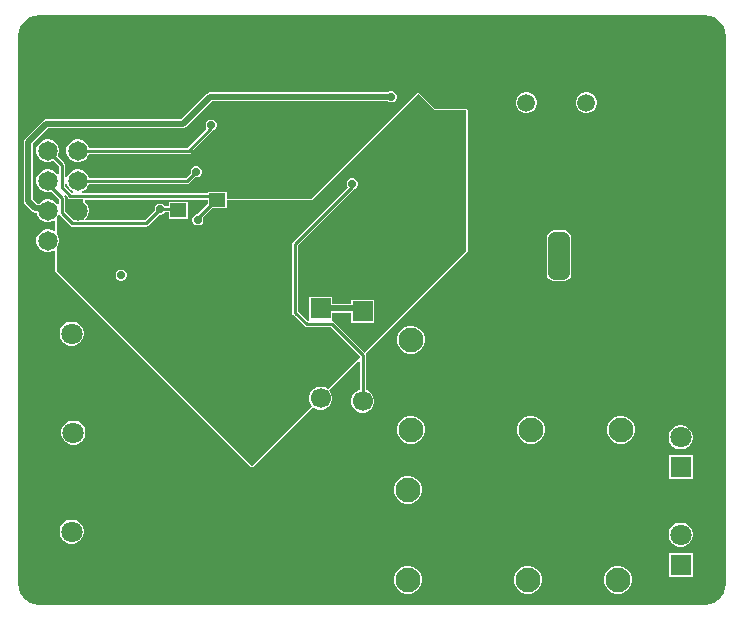
<source format=gbl>
G04*
G04 #@! TF.GenerationSoftware,Altium Limited,Altium Designer,24.3.1 (35)*
G04*
G04 Layer_Physical_Order=2*
G04 Layer_Color=16711680*
%FSLAX44Y44*%
%MOMM*%
G71*
G04*
G04 #@! TF.SameCoordinates,D3E0E713-3D92-444F-8C26-48F8A9162C24*
G04*
G04*
G04 #@! TF.FilePolarity,Positive*
G04*
G01*
G75*
%ADD11C,0.2540*%
%ADD20R,1.3500X1.1500*%
%ADD61C,0.5000*%
%ADD62C,1.7000*%
%ADD63R,1.7000X1.7000*%
%ADD64C,1.8000*%
%ADD65R,1.8000X1.8000*%
%ADD66C,2.1000*%
%ADD67C,1.5000*%
G04:AMPARAMS|DCode=68|XSize=4mm|YSize=1.8mm|CornerRadius=0.45mm|HoleSize=0mm|Usage=FLASHONLY|Rotation=0.000|XOffset=0mm|YOffset=0mm|HoleType=Round|Shape=RoundedRectangle|*
%AMROUNDEDRECTD68*
21,1,4.0000,0.9000,0,0,0.0*
21,1,3.1000,1.8000,0,0,0.0*
1,1,0.9000,1.5500,-0.4500*
1,1,0.9000,-1.5500,-0.4500*
1,1,0.9000,-1.5500,0.4500*
1,1,0.9000,1.5500,0.4500*
%
%ADD68ROUNDEDRECTD68*%
G04:AMPARAMS|DCode=69|XSize=4mm|YSize=1.8mm|CornerRadius=0.45mm|HoleSize=0mm|Usage=FLASHONLY|Rotation=270.000|XOffset=0mm|YOffset=0mm|HoleType=Round|Shape=RoundedRectangle|*
%AMROUNDEDRECTD69*
21,1,4.0000,0.9000,0,0,270.0*
21,1,3.1000,1.8000,0,0,270.0*
1,1,0.9000,-0.4500,-1.5500*
1,1,0.9000,-0.4500,1.5500*
1,1,0.9000,0.4500,1.5500*
1,1,0.9000,0.4500,-1.5500*
%
%ADD69ROUNDEDRECTD69*%
%ADD70C,7.0000*%
%ADD71C,1.6500*%
G04:AMPARAMS|DCode=72|XSize=1.65mm|YSize=1.65mm|CornerRadius=0.4125mm|HoleSize=0mm|Usage=FLASHONLY|Rotation=90.000|XOffset=0mm|YOffset=0mm|HoleType=Round|Shape=RoundedRectangle|*
%AMROUNDEDRECTD72*
21,1,1.6500,0.8250,0,0,90.0*
21,1,0.8250,1.6500,0,0,90.0*
1,1,0.8250,0.4125,0.4125*
1,1,0.8250,0.4125,-0.4125*
1,1,0.8250,-0.4125,-0.4125*
1,1,0.8250,-0.4125,0.4125*
%
%ADD72ROUNDEDRECTD72*%
%ADD73C,0.7000*%
G36*
X580000Y500000D02*
X581970D01*
X585834Y499231D01*
X589473Y497724D01*
X592749Y495535D01*
X595535Y492749D01*
X597724Y489473D01*
X599231Y485834D01*
X600000Y481970D01*
Y480000D01*
X600000Y480000D01*
X600000Y480000D01*
Y20000D01*
Y18030D01*
X599231Y14166D01*
X597724Y10526D01*
X595535Y7251D01*
X592749Y4465D01*
X589473Y2276D01*
X585834Y769D01*
X581970Y0D01*
X18030D01*
X14166Y769D01*
X10526Y2276D01*
X7251Y4465D01*
X4465Y7251D01*
X2276Y10526D01*
X768Y14166D01*
X-0Y18030D01*
Y20000D01*
X-0Y480000D01*
Y481970D01*
X768Y485834D01*
X2276Y489473D01*
X4465Y492749D01*
X7251Y495535D01*
X10526Y497724D01*
X14166Y499231D01*
X18030Y500000D01*
X20000Y500000D01*
X20000Y500000D01*
X580000Y500000D01*
D02*
G37*
%LPC*%
G36*
X482485Y434220D02*
X480175D01*
X477945Y433622D01*
X475945Y432468D01*
X474312Y430835D01*
X473158Y428835D01*
X472560Y426605D01*
Y424295D01*
X473158Y422065D01*
X474312Y420065D01*
X475945Y418432D01*
X477945Y417278D01*
X480175Y416680D01*
X482485D01*
X484715Y417278D01*
X486715Y418432D01*
X488348Y420065D01*
X489502Y422065D01*
X490100Y424295D01*
Y426605D01*
X489502Y428835D01*
X488348Y430835D01*
X486715Y432468D01*
X484715Y433622D01*
X482485Y434220D01*
D02*
G37*
G36*
X431685D02*
X429375D01*
X427145Y433622D01*
X425145Y432468D01*
X423512Y430835D01*
X422358Y428835D01*
X421760Y426605D01*
Y424295D01*
X422358Y422065D01*
X423512Y420065D01*
X425145Y418432D01*
X427145Y417278D01*
X429375Y416680D01*
X431685D01*
X433915Y417278D01*
X435915Y418432D01*
X437548Y420065D01*
X438702Y422065D01*
X439300Y424295D01*
Y426605D01*
X438702Y428835D01*
X437548Y430835D01*
X435915Y432468D01*
X433915Y433622D01*
X431685Y434220D01*
D02*
G37*
G36*
X164779Y411170D02*
X162881D01*
X161128Y410444D01*
X159786Y409102D01*
X159060Y407349D01*
Y405451D01*
X159786Y403698D01*
X159896Y403588D01*
X143707Y387400D01*
X59962D01*
X59671Y388485D01*
X58418Y390655D01*
X56645Y392428D01*
X54475Y393681D01*
X52053Y394330D01*
X49547D01*
X47125Y393681D01*
X44955Y392428D01*
X43182Y390655D01*
X41929Y388485D01*
X41280Y386063D01*
Y383557D01*
X41929Y381135D01*
X43182Y378965D01*
X44955Y377192D01*
X47125Y375939D01*
X49547Y375290D01*
X52053D01*
X54475Y375939D01*
X56645Y377192D01*
X58418Y378965D01*
X59671Y381135D01*
X59962Y382220D01*
X144780D01*
X145771Y382417D01*
X146611Y382979D01*
X165604Y401972D01*
X166532Y402356D01*
X167874Y403698D01*
X168600Y405451D01*
Y407349D01*
X167874Y409102D01*
X166532Y410444D01*
X164779Y411170D01*
D02*
G37*
G36*
X317179Y435300D02*
X315281D01*
X313528Y434574D01*
X313328Y434374D01*
X162560D01*
X161089Y434081D01*
X159842Y433248D01*
X159842Y433248D01*
X138108Y411514D01*
X24130D01*
X22659Y411221D01*
X21412Y410388D01*
X21412Y410388D01*
X6172Y395148D01*
X5339Y393901D01*
X5046Y392430D01*
X5046Y392430D01*
Y342019D01*
X5046Y342019D01*
X5339Y340548D01*
X6172Y339301D01*
X11980Y333493D01*
X11981Y333492D01*
X13227Y332659D01*
X14698Y332367D01*
X15984D01*
X16529Y330335D01*
X17782Y328165D01*
X19555Y326392D01*
X21725Y325139D01*
X24147Y324490D01*
X26653D01*
X29075Y325139D01*
X30375Y325890D01*
X31645Y325157D01*
Y317463D01*
X30375Y316730D01*
X29075Y317481D01*
X26653Y318130D01*
X24147D01*
X21725Y317481D01*
X19555Y316228D01*
X17782Y314455D01*
X16529Y312285D01*
X15880Y309863D01*
Y307357D01*
X16529Y304935D01*
X17782Y302765D01*
X19555Y300992D01*
X21725Y299739D01*
X24147Y299090D01*
X26653D01*
X29075Y299739D01*
X30375Y300490D01*
X31645Y299757D01*
Y283210D01*
X32048Y282238D01*
X32048Y282238D01*
X197143Y117143D01*
X198115Y116740D01*
X199087Y117143D01*
X249964Y168020D01*
X250541Y167442D01*
X252769Y166156D01*
X255254Y165490D01*
X257826D01*
X260311Y166156D01*
X262539Y167442D01*
X264358Y169261D01*
X265644Y171489D01*
X266310Y173974D01*
Y176546D01*
X265644Y179031D01*
X264358Y181259D01*
X263780Y181836D01*
X288337Y206393D01*
X289510Y205907D01*
Y182141D01*
X288329Y181824D01*
X286101Y180538D01*
X284282Y178719D01*
X282996Y176491D01*
X282330Y174006D01*
Y171434D01*
X282996Y168949D01*
X284282Y166721D01*
X286101Y164902D01*
X288329Y163616D01*
X290814Y162950D01*
X293386D01*
X295871Y163616D01*
X298099Y164902D01*
X299918Y166721D01*
X301204Y168949D01*
X301870Y171434D01*
Y174006D01*
X301204Y176491D01*
X299918Y178719D01*
X298099Y180538D01*
X295871Y181824D01*
X294690Y182141D01*
Y212033D01*
X294539Y212789D01*
X294869Y212925D01*
X294870Y212925D01*
X380702Y298758D01*
X381105Y299730D01*
X381105Y299730D01*
Y419100D01*
X380702Y420072D01*
X379730Y420475D01*
X353629D01*
X340062Y434042D01*
X339090Y434445D01*
X338118Y434042D01*
X248351Y344275D01*
X176930D01*
Y350280D01*
X160890D01*
Y349300D01*
X54757D01*
X54475Y350539D01*
X56645Y351792D01*
X58418Y353565D01*
X59671Y355735D01*
X59962Y356820D01*
X143510D01*
X144501Y357017D01*
X145341Y357579D01*
X150069Y362307D01*
X150181Y362260D01*
X152079D01*
X153832Y362986D01*
X155174Y364328D01*
X155900Y366081D01*
Y367979D01*
X155174Y369732D01*
X153832Y371074D01*
X152079Y371800D01*
X150181D01*
X148428Y371074D01*
X147086Y369732D01*
X146360Y367979D01*
Y366081D01*
X146406Y365969D01*
X142437Y362000D01*
X59962D01*
X59671Y363085D01*
X58418Y365255D01*
X56645Y367028D01*
X54475Y368281D01*
X52053Y368930D01*
X49547D01*
X47125Y368281D01*
X44955Y367028D01*
X43182Y365255D01*
X41929Y363085D01*
X41280Y360663D01*
Y358157D01*
X41929Y355735D01*
X43182Y353565D01*
X44955Y351792D01*
X47125Y350539D01*
X46843Y349300D01*
X45523D01*
X39791Y355032D01*
Y373009D01*
X39594Y374000D01*
X39032Y374840D01*
X33710Y380163D01*
X34271Y381135D01*
X34920Y383557D01*
Y386063D01*
X34271Y388485D01*
X33018Y390655D01*
X31245Y392428D01*
X29075Y393681D01*
X26653Y394330D01*
X24147D01*
X21725Y393681D01*
X19555Y392428D01*
X17782Y390655D01*
X16529Y388485D01*
X15880Y386063D01*
Y383557D01*
X16529Y381135D01*
X17782Y378965D01*
X19555Y377192D01*
X21725Y375939D01*
X24147Y375290D01*
X26653D01*
X29075Y375939D01*
X30047Y376500D01*
X34611Y371936D01*
Y365036D01*
X33341Y364696D01*
X33018Y365255D01*
X31245Y367028D01*
X29075Y368281D01*
X26653Y368930D01*
X24147D01*
X21725Y368281D01*
X19555Y367028D01*
X17782Y365255D01*
X16529Y363085D01*
X15880Y360663D01*
Y358157D01*
X16529Y355735D01*
X17782Y353565D01*
X19555Y351792D01*
X21725Y350539D01*
X24147Y349890D01*
X26653D01*
X28281Y350326D01*
X34611Y343996D01*
Y339636D01*
X33341Y339296D01*
X33018Y339855D01*
X31245Y341628D01*
X29075Y342881D01*
X26653Y343530D01*
X24147D01*
X21725Y342881D01*
X19555Y341628D01*
X17981Y340054D01*
X16291D01*
X12734Y343611D01*
Y390838D01*
X25722Y403826D01*
X139700D01*
X139700Y403826D01*
X141171Y404119D01*
X142418Y404952D01*
X164152Y426686D01*
X313328D01*
X313528Y426486D01*
X315281Y425760D01*
X317179D01*
X318932Y426486D01*
X320274Y427828D01*
X321000Y429581D01*
Y431479D01*
X320274Y433232D01*
X318932Y434574D01*
X317179Y435300D01*
D02*
G37*
G36*
X462970Y317293D02*
X453970D01*
X451719Y316845D01*
X449810Y315570D01*
X448535Y313661D01*
X448087Y311410D01*
Y280410D01*
X448535Y278159D01*
X449810Y276250D01*
X451719Y274975D01*
X453970Y274527D01*
X462970D01*
X465221Y274975D01*
X467130Y276250D01*
X468405Y278159D01*
X468853Y280410D01*
Y311410D01*
X468405Y313661D01*
X467130Y315570D01*
X465221Y316845D01*
X462970Y317293D01*
D02*
G37*
G36*
X47072Y240140D02*
X44368D01*
X41756Y239440D01*
X39414Y238088D01*
X37502Y236176D01*
X36150Y233834D01*
X35450Y231222D01*
Y228518D01*
X36150Y225906D01*
X37502Y223564D01*
X39414Y221652D01*
X41756Y220300D01*
X44368Y219600D01*
X47072D01*
X49684Y220300D01*
X52026Y221652D01*
X53938Y223564D01*
X55290Y225906D01*
X55990Y228518D01*
Y231222D01*
X55290Y233834D01*
X53938Y236176D01*
X52026Y238088D01*
X49684Y239440D01*
X47072Y240140D01*
D02*
G37*
G36*
X334290Y236560D02*
X331190D01*
X328197Y235758D01*
X325513Y234208D01*
X323322Y232017D01*
X321772Y229333D01*
X320970Y226340D01*
Y223240D01*
X321772Y220247D01*
X323322Y217563D01*
X325513Y215372D01*
X328197Y213822D01*
X331190Y213020D01*
X334290D01*
X337283Y213822D01*
X339967Y215372D01*
X342158Y217563D01*
X343708Y220247D01*
X344510Y223240D01*
Y226340D01*
X343708Y229333D01*
X342158Y232017D01*
X339967Y234208D01*
X337283Y235758D01*
X334290Y236560D01*
D02*
G37*
G36*
X512090Y160360D02*
X508990D01*
X505997Y159558D01*
X503313Y158008D01*
X501122Y155817D01*
X499572Y153133D01*
X498770Y150140D01*
Y147040D01*
X499572Y144047D01*
X501122Y141363D01*
X503313Y139172D01*
X505997Y137622D01*
X508990Y136820D01*
X512090D01*
X515083Y137622D01*
X517767Y139172D01*
X519958Y141363D01*
X521508Y144047D01*
X522310Y147040D01*
Y150140D01*
X521508Y153133D01*
X519958Y155817D01*
X517767Y158008D01*
X515083Y159558D01*
X512090Y160360D01*
D02*
G37*
G36*
X435890D02*
X432790D01*
X429797Y159558D01*
X427113Y158008D01*
X424922Y155817D01*
X423372Y153133D01*
X422570Y150140D01*
Y147040D01*
X423372Y144047D01*
X424922Y141363D01*
X427113Y139172D01*
X429797Y137622D01*
X432790Y136820D01*
X435890D01*
X438883Y137622D01*
X441567Y139172D01*
X443758Y141363D01*
X445308Y144047D01*
X446110Y147040D01*
Y150140D01*
X445308Y153133D01*
X443758Y155817D01*
X441567Y158008D01*
X438883Y159558D01*
X435890Y160360D01*
D02*
G37*
G36*
X334290D02*
X331190D01*
X328197Y159558D01*
X325513Y158008D01*
X323322Y155817D01*
X321772Y153133D01*
X320970Y150140D01*
Y147040D01*
X321772Y144047D01*
X323322Y141363D01*
X325513Y139172D01*
X328197Y137622D01*
X331190Y136820D01*
X334290D01*
X337283Y137622D01*
X339967Y139172D01*
X342158Y141363D01*
X343708Y144047D01*
X344510Y147040D01*
Y150140D01*
X343708Y153133D01*
X342158Y155817D01*
X339967Y158008D01*
X337283Y159558D01*
X334290Y160360D01*
D02*
G37*
G36*
X48342Y156320D02*
X45638D01*
X43026Y155620D01*
X40684Y154268D01*
X38772Y152356D01*
X37420Y150014D01*
X36720Y147402D01*
Y144698D01*
X37420Y142086D01*
X38772Y139744D01*
X40684Y137832D01*
X43026Y136480D01*
X45638Y135780D01*
X48342D01*
X50954Y136480D01*
X53296Y137832D01*
X55208Y139744D01*
X56560Y142086D01*
X57260Y144698D01*
Y147402D01*
X56560Y150014D01*
X55208Y152356D01*
X53296Y154268D01*
X50954Y155620D01*
X48342Y156320D01*
D02*
G37*
G36*
X562692Y152510D02*
X559988D01*
X557376Y151810D01*
X555034Y150458D01*
X553122Y148546D01*
X551770Y146204D01*
X551070Y143592D01*
Y140888D01*
X551770Y138276D01*
X553122Y135934D01*
X555034Y134022D01*
X557376Y132670D01*
X559988Y131970D01*
X562692D01*
X565304Y132670D01*
X567646Y134022D01*
X569558Y135934D01*
X570910Y138276D01*
X571610Y140888D01*
Y143592D01*
X570910Y146204D01*
X569558Y148546D01*
X567646Y150458D01*
X565304Y151810D01*
X562692Y152510D01*
D02*
G37*
G36*
X571610Y127110D02*
X551070D01*
Y106570D01*
X571610D01*
Y127110D01*
D02*
G37*
G36*
X331750Y109560D02*
X328650D01*
X325657Y108758D01*
X322973Y107208D01*
X320782Y105017D01*
X319232Y102333D01*
X318430Y99340D01*
Y96240D01*
X319232Y93247D01*
X320782Y90563D01*
X322973Y88372D01*
X325657Y86822D01*
X328650Y86020D01*
X331750D01*
X334743Y86822D01*
X337427Y88372D01*
X339618Y90563D01*
X341168Y93247D01*
X341970Y96240D01*
Y99340D01*
X341168Y102333D01*
X339618Y105017D01*
X337427Y107208D01*
X334743Y108758D01*
X331750Y109560D01*
D02*
G37*
G36*
X47072Y72500D02*
X44368D01*
X41756Y71800D01*
X39414Y70448D01*
X37502Y68536D01*
X36150Y66194D01*
X35450Y63582D01*
Y60878D01*
X36150Y58266D01*
X37502Y55924D01*
X39414Y54012D01*
X41756Y52660D01*
X44368Y51960D01*
X47072D01*
X49684Y52660D01*
X52026Y54012D01*
X53938Y55924D01*
X55290Y58266D01*
X55990Y60878D01*
Y63582D01*
X55290Y66194D01*
X53938Y68536D01*
X52026Y70448D01*
X49684Y71800D01*
X47072Y72500D01*
D02*
G37*
G36*
X562692Y69960D02*
X559988D01*
X557376Y69260D01*
X555034Y67908D01*
X553122Y65996D01*
X551770Y63654D01*
X551070Y61042D01*
Y58338D01*
X551770Y55726D01*
X553122Y53384D01*
X555034Y51472D01*
X557376Y50120D01*
X559988Y49420D01*
X562692D01*
X565304Y50120D01*
X567646Y51472D01*
X569558Y53384D01*
X570910Y55726D01*
X571610Y58338D01*
Y61042D01*
X570910Y63654D01*
X569558Y65996D01*
X567646Y67908D01*
X565304Y69260D01*
X562692Y69960D01*
D02*
G37*
G36*
X571610Y44560D02*
X551070D01*
Y24020D01*
X571610D01*
Y44560D01*
D02*
G37*
G36*
X509550Y33360D02*
X506450D01*
X503457Y32558D01*
X500773Y31008D01*
X498582Y28817D01*
X497032Y26133D01*
X496230Y23140D01*
Y20040D01*
X497032Y17047D01*
X498582Y14363D01*
X500773Y12172D01*
X503457Y10622D01*
X506450Y9820D01*
X509550D01*
X512543Y10622D01*
X515227Y12172D01*
X517418Y14363D01*
X518968Y17047D01*
X519770Y20040D01*
Y23140D01*
X518968Y26133D01*
X517418Y28817D01*
X515227Y31008D01*
X512543Y32558D01*
X509550Y33360D01*
D02*
G37*
G36*
X433350D02*
X430250D01*
X427257Y32558D01*
X424573Y31008D01*
X422382Y28817D01*
X420832Y26133D01*
X420030Y23140D01*
Y20040D01*
X420832Y17047D01*
X422382Y14363D01*
X424573Y12172D01*
X427257Y10622D01*
X430250Y9820D01*
X433350D01*
X436343Y10622D01*
X439027Y12172D01*
X441218Y14363D01*
X442768Y17047D01*
X443570Y20040D01*
Y23140D01*
X442768Y26133D01*
X441218Y28817D01*
X439027Y31008D01*
X436343Y32558D01*
X433350Y33360D01*
D02*
G37*
G36*
X331750D02*
X328650D01*
X325657Y32558D01*
X322973Y31008D01*
X320782Y28817D01*
X319232Y26133D01*
X318430Y23140D01*
Y20040D01*
X319232Y17047D01*
X320782Y14363D01*
X322973Y12172D01*
X325657Y10622D01*
X328650Y9820D01*
X331750D01*
X334743Y10622D01*
X337427Y12172D01*
X339618Y14363D01*
X341168Y17047D01*
X341970Y20040D01*
Y23140D01*
X341168Y26133D01*
X339618Y28817D01*
X337427Y31008D01*
X334743Y32558D01*
X331750Y33360D01*
D02*
G37*
%LPD*%
G36*
X42619Y344879D02*
X43459Y344317D01*
X44450Y344120D01*
X54717D01*
X54967Y343889D01*
X55546Y342850D01*
X55314Y341986D01*
X55339Y341793D01*
X55271Y341628D01*
X55338Y341465D01*
X55313Y341277D01*
X55427Y341128D01*
X55451Y340943D01*
X55603Y340826D01*
X55673Y340656D01*
X57318Y339011D01*
X58390Y337154D01*
X58945Y335082D01*
Y332938D01*
X58390Y330866D01*
X57318Y329009D01*
X56361Y328052D01*
X56256Y327799D01*
X56063Y327606D01*
Y327332D01*
X55958Y327080D01*
X55680Y326422D01*
X55101Y325810D01*
X47403D01*
X39791Y333423D01*
Y345069D01*
X39594Y346060D01*
X39497Y346204D01*
X40484Y347014D01*
X42619Y344879D01*
D02*
G37*
G36*
X353060Y419100D02*
X379730D01*
Y299730D01*
X293897Y213897D01*
X268084Y239711D01*
X267244Y240273D01*
X266252Y240470D01*
X266310Y241690D01*
X266310Y241716D01*
Y247616D01*
X282330D01*
Y239150D01*
X301870D01*
Y258690D01*
X282330D01*
Y255304D01*
X266310D01*
Y261230D01*
X246770D01*
Y241740D01*
X246770Y241690D01*
X246729Y241275D01*
X245411Y240851D01*
X237540Y248723D01*
Y304788D01*
X285041Y352290D01*
X285204Y352533D01*
X285912Y352826D01*
X287254Y354168D01*
X287980Y355921D01*
Y357819D01*
X287254Y359572D01*
X285912Y360914D01*
X284159Y361640D01*
X282261D01*
X280508Y360914D01*
X279166Y359572D01*
X278440Y357819D01*
Y355921D01*
X279166Y354168D01*
X279380Y353954D01*
X233119Y307692D01*
X232557Y306852D01*
X232360Y305861D01*
Y247650D01*
X232557Y246659D01*
X233119Y245819D01*
X242889Y236049D01*
X243729Y235487D01*
X244720Y235290D01*
X265180D01*
X289510Y210960D01*
Y209510D01*
X262808Y182808D01*
X262539Y183078D01*
X260311Y184364D01*
X257826Y185030D01*
X255254D01*
X252769Y184364D01*
X250541Y183078D01*
X248722Y181259D01*
X247436Y179031D01*
X246770Y176546D01*
Y173974D01*
X247436Y171489D01*
X248722Y169261D01*
X248992Y168992D01*
X198115Y118115D01*
X33020Y283210D01*
Y302768D01*
X34271Y304935D01*
X34920Y307357D01*
Y309863D01*
X34271Y312285D01*
X33020Y314452D01*
Y328168D01*
X34129Y330089D01*
X34809Y330325D01*
X35579Y330309D01*
X44499Y321389D01*
X45340Y320827D01*
X46331Y320630D01*
X108590D01*
X109581Y320827D01*
X110421Y321389D01*
X119589Y330556D01*
X119701Y330510D01*
X121599D01*
X123352Y331236D01*
X124694Y332578D01*
X124740Y332690D01*
X127870D01*
Y327350D01*
X143910D01*
Y341390D01*
X127870D01*
Y337870D01*
X124740D01*
X124694Y337982D01*
X123352Y339324D01*
X121599Y340050D01*
X119701D01*
X117948Y339324D01*
X116606Y337982D01*
X115880Y336229D01*
Y334331D01*
X115927Y334219D01*
X107517Y325810D01*
X57859D01*
X57333Y327080D01*
X58418Y328165D01*
X59671Y330335D01*
X60320Y332757D01*
Y335263D01*
X59671Y337685D01*
X58418Y339855D01*
X56645Y341628D01*
X56642Y341630D01*
X56982Y342900D01*
X160890Y342900D01*
Y339902D01*
X152148Y331160D01*
X151451D01*
X149698Y330434D01*
X148356Y329092D01*
X147630Y327339D01*
Y325441D01*
X148356Y323688D01*
X149698Y322346D01*
X151451Y321620D01*
X153349D01*
X155102Y322346D01*
X156444Y323688D01*
X157170Y325441D01*
Y327339D01*
X156725Y328413D01*
X164552Y336240D01*
X176930D01*
Y342900D01*
X248920D01*
X339090Y433070D01*
X353060Y419100D01*
D02*
G37*
%LPC*%
G36*
X52345Y311200D02*
X50800D01*
X49809Y311003D01*
X48969Y310441D01*
X48407Y309601D01*
X48210Y308610D01*
X48407Y307619D01*
X48969Y306779D01*
X49809Y306217D01*
X50800Y306020D01*
X52345D01*
X53336Y306217D01*
X54176Y306779D01*
X54738Y307619D01*
X54935Y308610D01*
X54738Y309601D01*
X54176Y310441D01*
X53336Y311003D01*
X52345Y311200D01*
D02*
G37*
G36*
X88579Y284170D02*
X86681D01*
X84928Y283444D01*
X83586Y282102D01*
X82860Y280349D01*
Y278451D01*
X83586Y276698D01*
X84928Y275356D01*
X86681Y274630D01*
X88579D01*
X90332Y275356D01*
X91674Y276698D01*
X92400Y278451D01*
Y280349D01*
X91674Y282102D01*
X90332Y283444D01*
X88579Y284170D01*
D02*
G37*
%LPD*%
D11*
X244720Y237880D02*
X266252D01*
X234950Y247650D02*
Y305861D01*
Y247650D02*
X244720Y237880D01*
X234950Y305861D02*
X283210Y354121D01*
X266252Y237880D02*
X292100Y212033D01*
X283210Y354121D02*
Y356870D01*
X292100Y172720D02*
Y212033D01*
X50800Y308610D02*
X52345D01*
X37201Y332350D02*
Y345069D01*
X25400Y356870D02*
X37201Y345069D01*
X25400Y356870D02*
Y359410D01*
X44450Y346710D02*
X165460D01*
X37201Y353959D02*
Y373009D01*
Y353959D02*
X44450Y346710D01*
X165460D02*
X168910Y343260D01*
X25400Y384810D02*
X37201Y373009D01*
X108590Y323220D02*
X120650Y335280D01*
X37201Y332350D02*
X46331Y323220D01*
X108590D01*
X153253Y328603D02*
X167910Y343260D01*
X153253Y327243D02*
Y328603D01*
X152400Y326390D02*
X153253Y327243D01*
X134980Y335280D02*
X135890Y334370D01*
X120650Y335280D02*
X134980D01*
X144780Y384810D02*
X163830Y403860D01*
Y406400D01*
X50800Y384810D02*
X144780D01*
X143510Y359410D02*
X151130Y367030D01*
X50800Y359410D02*
X143510D01*
D20*
X168910Y343260D02*
D03*
Y324760D02*
D03*
X135890Y334370D02*
D03*
Y315870D02*
D03*
D61*
X256540Y251460D02*
X289560D01*
X292100Y248920D01*
X139700Y407670D02*
X162560Y430530D01*
X24130Y407670D02*
X139700D01*
X162560Y430530D02*
X316230D01*
X23200Y336210D02*
X25400Y334010D01*
X8890Y342019D02*
Y392430D01*
X14698Y336210D02*
X23200D01*
X8890Y342019D02*
X14698Y336210D01*
X8890Y392430D02*
X24130Y407670D01*
D62*
X256540Y175260D02*
D03*
X292100Y172720D02*
D03*
D63*
X256540Y251460D02*
D03*
X292100Y248920D02*
D03*
D64*
X561340Y142240D02*
D03*
X45720Y229870D02*
D03*
X561340Y59690D02*
D03*
X46990Y146050D02*
D03*
X45720Y62230D02*
D03*
D65*
X561340Y116840D02*
D03*
X45720Y204470D02*
D03*
X561340Y34290D02*
D03*
X46990Y120650D02*
D03*
X45720Y36830D02*
D03*
D66*
X330200Y21590D02*
D03*
X431800D02*
D03*
X508000D02*
D03*
X330200Y97790D02*
D03*
X332740Y148590D02*
D03*
X434340D02*
D03*
X510540D02*
D03*
X332740Y224790D02*
D03*
D67*
X455930Y425450D02*
D03*
X430530D02*
D03*
X481330D02*
D03*
D68*
X488470Y343910D02*
D03*
D69*
X516470Y295910D02*
D03*
X458470D02*
D03*
D70*
X554990Y457200D02*
D03*
X41910Y453390D02*
D03*
D71*
X25400Y334010D02*
D03*
X50800D02*
D03*
X25400Y308610D02*
D03*
X50800Y359410D02*
D03*
Y384810D02*
D03*
X25400Y359410D02*
D03*
Y384810D02*
D03*
D72*
X50800Y308610D02*
D03*
D73*
X311150Y414020D02*
D03*
X341630Y306070D02*
D03*
X351790Y410210D02*
D03*
X304800Y370840D02*
D03*
X214630Y147320D02*
D03*
X95250Y255270D02*
D03*
X283210Y356870D02*
D03*
X316230Y430530D02*
D03*
X152400Y326390D02*
D03*
X120650Y335280D02*
D03*
X175260Y447040D02*
D03*
X87630Y279400D02*
D03*
X163830Y406400D02*
D03*
X151130Y367030D02*
D03*
X554990Y484700D02*
D03*
X574990Y477200D02*
D03*
X582490Y457200D02*
D03*
X574990Y437200D02*
D03*
X554990Y429700D02*
D03*
X534990Y437200D02*
D03*
X527490Y457200D02*
D03*
X534990Y477200D02*
D03*
X41910Y480890D02*
D03*
X61910Y473390D02*
D03*
X69410Y453390D02*
D03*
X61910Y433390D02*
D03*
X41910Y425890D02*
D03*
X21910Y433390D02*
D03*
X14410Y453390D02*
D03*
X21910Y473390D02*
D03*
M02*

</source>
